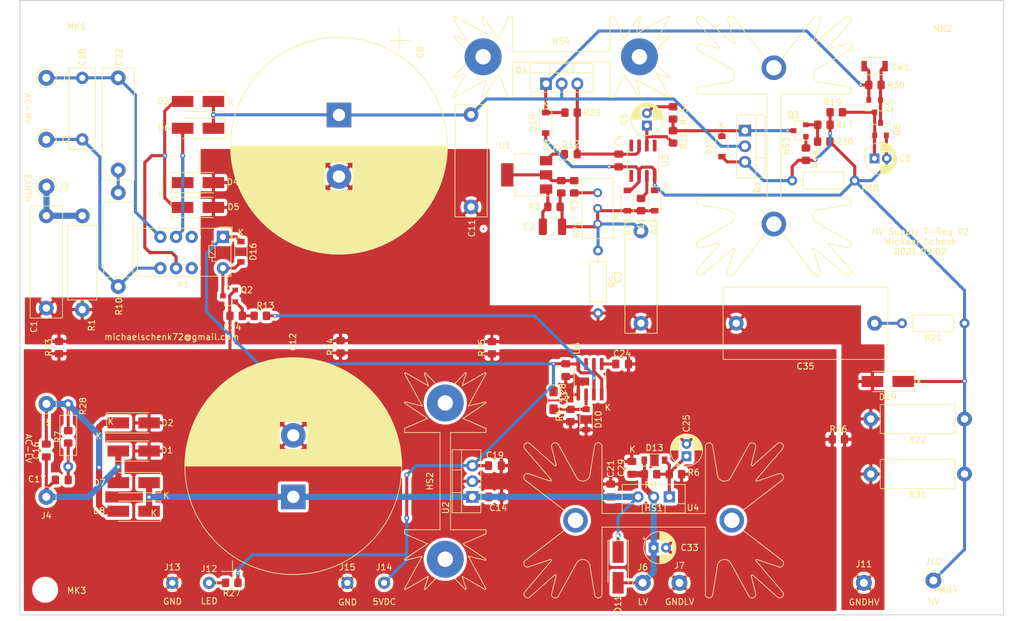
<source format=kicad_pcb>
(kicad_pcb (version 20211014) (generator pcbnew)
  (title_block (title "Discrete HV Supply T-Reg based") (date "2021-09-02") (rev "V2"))
  (layers (0 "F.Cu" signal) (31 "B.Cu" signal) (34 "B.Paste" user) (35 "F.Paste" user) (36 "B.SilkS" user "B.Silkscreen") (37 "F.SilkS" user "F.Silkscreen") (38 "B.Mask" user) (39 "F.Mask" user) (44 "Edge.Cuts" user))
  (net 0 "")
  (net 1 "Net-(C1-Pad1)")
  (net 2 "GND_LV")
  (net 3 "+5VDC")
  (net 4 "Net-(Q3-Pad1)")
  (net 5 "GND_HV")
  (net 6 "Net-(Q2-Pad1)")
  (net 7 "Net-(C24-Pad1)")
  (net 8 "Net-(C11-Pad2)")
  (net 9 "Net-(C13-Pad1)")
  (net 10 "Net-(C23-Pad2)")
  (net 11 "Net-(C25-Pad1)")
  (net 12 "Net-(C29-Pad1)")
  (net 13 "Net-(J12-Pad1)")
  (net 14 "Net-(R3-Pad2)")
  (net 15 "Net-(R13-Pad1)")
  (net 16 "Net-(C35-Pad1)")
  (net 17 "Net-(C17-Pad2)")
  (net 18 "Net-(C22-Pad1)")
  (net 19 "Net-(C12-Pad1)")
  (net 20 "Net-(C16-Pad2)")
  (net 21 "Net-(C16-Pad1)")
  (net 22 "Net-(C18-Pad2)")
  (net 23 "Net-(C18-Pad1)")
  (net 24 "Net-(C2-Pad2)")
  (net 25 "Net-(C2-Pad1)")
  (net 26 "Net-(C4-Pad2)")
  (net 27 "Net-(C4-Pad1)")
  (net 28 "Net-(C5-Pad2)")
  (net 29 "Net-(C5-Pad1)")
  (net 30 "Net-(C6-Pad1)")
  (net 31 "Net-(D12-Pad1)")
  (net 32 "Net-(D17-Pad2)")
  (net 33 "Net-(D17-Pad1)")
  (net 34 "Net-(D18-Pad1)")
  (net 35 "Net-(Q3-Pad2)")
  (net 36 "Net-(Q5-Pad1)")
  (net 37 "Net-(R3-Pad1)")
  (net 38 "Net-(R11-Pad1)")
  (net 39 "Net-(D3-Pad2)")
  (net 40 "Net-(D4-Pad1)")
  (net 41 "RELCTRL")
  (footprint "Mounting_Holes:MountingHole_3.2mm_M3" (layer "F.Cu") (at 59.182 140.843)
    (fp_text reference "MK3")
    (fp_text value "Mounting_Hole_PAD")
  )
  (footprint "Mounting_Holes:MountingHole_3.2mm_M3" (layer "F.Cu") (at 59.182 49.403)
    (fp_text reference "MK1")
    (fp_text value "Mounting_Hole_PAD")
  )
  (footprint "Mounting_Holes:MountingHole_3.2mm_M3" (layer "F.Cu") (at 210.947 140.716)
    (fp_text reference "MK4")
    (fp_text value "Mounting_Hole_PAD")
  )
  (footprint "Capacitor_THT:CP_Radial_D35.0mm_P10.00mm_SnapIn" (layer "F.Cu") (at 106.934 63.6905 -90)
    (fp_text reference "C8")
    (fp_text value "680uF/450V")
  )
  (footprint "Resistor_SMD:R_0805_2012Metric_Pad1.20x1.40mm_HandSolder" (layer "F.Cu") (at 89.513 139.723 180)
    (fp_text reference "R27")
    (fp_text value "470R 1/8W")
  )
  (footprint "Capacitor_SMD:C_0805_2012Metric_Pad1.18x1.45mm_HandSolder" (layer "F.Cu") (at 132.2745 120.673)
    (fp_text reference "C19")
    (fp_text value "100nF/50V")
  )
  (footprint "Resistor_SMD:R_0805_2012Metric_Pad1.20x1.40mm_HandSolder" (layer "F.Cu") (at 161.617 122.07)
    (fp_text reference "R6")
    (fp_text value "976R 1/8W")
  )
  (footprint "Capacitor_SMD:C_0805_2012Metric_Pad1.18x1.45mm_HandSolder" (layer "F.Cu") (at 151.092 124.7155 90)
    (fp_text reference "C21")
    (fp_text value "100nF/50V")
  )
  (footprint "Capacitor_THT:CP_Radial_D5.0mm_P2.00mm" (layer "F.Cu") (at 158.077 134.008)
    (fp_text reference "C33")
    (fp_text value "1uF/25V")
  )
  (footprint "Capacitor_SMD:C_0805_2012Metric_Pad1.18x1.45mm_HandSolder" (layer "F.Cu") (at 154.521 121.0325 90)
    (fp_text reference "C29")
    (fp_text value "100nF/50V")
  )
  (footprint "Heatsink:Heatsink_Fischer_SK129-STS_42x25mm_2xDrill2.5mm" (layer "F.Cu") (at 158.077 129.563)
    (fp_text reference "HS1")
    (fp_text value "Heatsink")
  )
  (footprint "Resistor_SMD:R_0805_2012Metric_Pad1.20x1.40mm_HandSolder" (layer "F.Cu") (at 157.585 122.07)
    (fp_text reference "R9")
    (fp_text value "240R 1/8W")
  )
  (footprint "Resistor_THT:R_Axial_DIN0414_L11.9mm_D4.5mm_P15.24mm_Horizontal" (layer "F.Cu") (at 65.2145 80.0735 -90)
    (fp_text reference "R1")
    (fp_text value "100R/2W")
  )
  (footprint "TO_SOT_Packages_THT:TO-220-3_Vertical" (layer "F.Cu") (at 160.617 125.753 180)
    (fp_text reference "U4")
    (fp_text value "LM317_3PinPackage")
  )
  (footprint "Resistor_SMD:R_0805_2012Metric_Pad1.20x1.40mm_HandSolder" (layer "F.Cu") (at 131.788 101.512 90)
    (fp_text reference "R25")
    (fp_text value "1R/0.5W")
  )
  (footprint "Resistor_SMD:R_0805_2012Metric_Pad1.20x1.40mm_HandSolder" (layer "F.Cu") (at 188.103 116.3955)
    (fp_text reference "R26")
    (fp_text value "1R/0.5W")
  )
  (footprint "Capacitor_THT:C_Rect_L18.0mm_W5.0mm_P15.00mm_FKS3_FKP3" (layer "F.Cu") (at 59.3725 80.0735 -90)
    (fp_text reference "C1")
    (fp_text value "2.2nF 2kV")
  )
  (footprint "Capacitor_SMD:C_0805_2012Metric_Pad1.18x1.45mm_HandSolder" (layer "F.Cu") (at 132.3175 125.753)
    (fp_text reference "C14")
    (fp_text value "330nF/50V")
  )
  (footprint "Resistor_SMD:R_0805_2012Metric_Pad1.20x1.40mm_HandSolder" (layer "F.Cu") (at 107.188 101.362 90)
    (fp_text reference "R24")
    (fp_text value "1R/0.5W")
  )
  (footprint "Capacitor_THT:CP_Radial_D35.0mm_P10.00mm_SnapIn" (layer "F.Cu") (at 99.5045 125.753 90)
    (fp_text reference "C12")
    (fp_text value "22000uF/25V")
  )
  (footprint "Diode_SMD:D_SMA_Handsoldering" (layer "F.Cu") (at 73.573 118.3005)
    (fp_text reference "D1")
    (fp_text value "BYG22B-E3")
  )
  (footprint "Diode_SMD:D_SMA_Handsoldering" (layer "F.Cu") (at 73.573 113.7285)
    (fp_text reference "D2")
    (fp_text value "BYG22B-E3")
  )
  (footprint "Diode_SMD:D_SMA_Handsoldering" (layer "F.Cu") (at 73.573 123.444 180)
    (fp_text reference "D7")
    (fp_text value "BYG22B-E3")
  )
  (footprint "Diode_SMD:D_SMA_Handsoldering" (layer "F.Cu") (at 73.573 128.0795 180)
    (fp_text reference "D8")
    (fp_text value "BYG22B-E3")
  )
  (footprint "Diode_SMD:D_SMA_Handsoldering" (layer "F.Cu") (at 152.2985 137.223 -90)
    (fp_text reference "D11")
    (fp_text value "1N4007")
  )
  (footprint "Connector_Pin:Pin_D1.3mm_L11.0mm" (layer "F.Cu") (at 203.543 139.342)
    (fp_text reference "J10")
    (fp_text value "HV")
  )
  (footprint "Connector_Pin:Pin_D1.3mm_L11.0mm" (layer "F.Cu") (at 192.24 139.723)
    (fp_text reference "J11")
    (fp_text value "GND_HV")
  )
  (footprint "Connector_Pin:Pin_D1.0mm_L10.0mm" (layer "F.Cu") (at 85.814 139.723)
    (fp_text reference "J12")
    (fp_text value "LED")
  )
  (footprint "Connector_Pin:Pin_D1.0mm_L10.0mm" (layer "F.Cu") (at 79.845 139.723)
    (fp_text reference "J13")
    (fp_text value "GND_LED")
  )
  (footprint "Connector_Pin:Pin_D1.0mm_L10.0mm" (layer "F.Cu") (at 114.262 139.723)
    (fp_text reference "J14")
    (fp_text value "+5V")
  )
  (footprint "Connector_Pin:Pin_D1.0mm_L10.0mm" (layer "F.Cu") (at 108.293 139.723)
    (fp_text reference "J15")
    (fp_text value "GND_5V")
  )
  (footprint "Connector_Pin:Pin_D1.3mm_L11.0mm" (layer "F.Cu") (at 59.3725 57.658)
    (fp_text reference "J1")
    (fp_text value "AC-HV")
  )
  (footprint "Connector_Pin:Pin_D1.3mm_L11.0mm" (layer "F.Cu") (at 59.398 75.334)
    (fp_text reference "J3")
    (fp_text value "EARTH")
  )
  (footprint "Connector_Pin:Pin_D1.3mm_L11.0mm" (layer "F.Cu") (at 59.3725 125.753)
    (fp_text reference "J4")
    (fp_text value "AC-LV")
  )
  (footprint "Connector_Pin:Pin_D1.3mm_L11.0mm" (layer "F.Cu") (at 59.398 110.64)
    (fp_text reference "J5")
    (fp_text value "AC-LV")
  )
  (footprint "Connector_Pin:Pin_D1.3mm_L11.0mm" (layer "F.Cu") (at 162.268 139.723)
    (fp_text reference "J7")
    (fp_text value "GND_LV1")
  )
  (footprint "Capacitor_THT:C_Rect_L18.0mm_W5.0mm_P15.00mm_FKS3_FKP3" (layer "F.Cu") (at 128.397 78.627 90)
    (fp_text reference "C11")
    (fp_text value "100nF/630V")
  )
  (footprint "Package_TO_SOT_THT:TO-220-3_Vertical" (layer "F.Cu") (at 140.589 58.6105)
    (fp_text reference "Q4")
    (fp_text value "IXTP1R6N50D2")
  )
  (footprint "Resistor_SMD:R_0805_2012Metric_Pad1.20x1.40mm_HandSolder" (layer "F.Cu") (at 61.43 101.48 90)
    (fp_text reference "R23")
    (fp_text value "1R/0.5W")
  )
  (footprint "Capacitor_THT:CP_Radial_D5.0mm_P2.00mm" (layer "F.Cu") (at 163.411 119.149 90)
    (fp_text reference "C25")
    (fp_text value "10uF/25V")
  )
  (footprint "Diode_SMD:D_SOD-123" (layer "F.Cu") (at 158.203 119.784)
    (fp_text reference "D13")
    (fp_text value "1N4148W")
  )
  (footprint "Package_TO_SOT_SMD:SOT-23" (layer "F.Cu") (at 89.0745 93.091 180)
    (fp_text reference "Q2")
    (fp_text value "MMBT3904-TP")
  )
  (footprint "Package_SO:SOIC-8_3.9x4.9mm_P1.27mm" (layer "F.Cu") (at 147.7265 106.638 90)
    (fp_text reference "U6")
    (fp_text value "TLC555CDR")
  )
  (footprint "Capacitor_SMD:C_0805_2012Metric_Pad1.18x1.45mm_HandSolder" (layer "F.Cu") (at 152.955 104.163)
    (fp_text reference "C24")
    (fp_text value "100nF/50V")
  )
  (footprint "Resistor_SMD:R_0805_2012Metric_Pad1.20x1.40mm_HandSolder" (layer "F.Cu") (at 94.1545 96.3295 180)
    (fp_text reference "R13")
    (fp_text value "2.49k 1/8W")
  )
  (footprint "Resistor_SMD:R_0805_2012Metric_Pad1.20x1.40mm_HandSolder" (layer "F.Cu") (at 144.5515 112.529 -90)
    (fp_text reference "R4")
    (fp_text value "1Meg 1/8W")
  )
  (footprint "Diode_SMD:D_SOD-123" (layer "F.Cu") (at 90.9955 85.9145 -90)
    (fp_text reference "D16")
    (fp_text value "1N4148W")
  )
  (footprint "Capacitor_SMD:C_0805_2012Metric_Pad1.18x1.45mm_HandSolder" (layer "F.Cu") (at 143.7895 105.1575 -90)
    (fp_text reference "C28")
    (fp_text value "100nF/50V")
  )
  (footprint "Diode_SMD:D_SOD-123" (layer "F.Cu") (at 147.0915 113.179 -90)
    (fp_text reference "D10")
    (fp_text value "1N4148W")
  )
  (footprint "Resistor_SMD:R_0805_2012Metric_Pad1.20x1.40mm_HandSolder" (layer "F.Cu") (at 90.2175 96.3295)
    (fp_text reference "R14")
    (fp_text value "2.49k 1/8W")
  )
  (footprint "Capacitor_Tantalum_SMD:CP_EIA-3216-12_Kemet-S_Pad1.58x1.35mm_HandSolder" (layer "F.Cu") (at 141.7955 110.0685 -90)
    (fp_text reference "C23")
    (fp_text value "15uF/10V")
  )
  (footprint "Connector_Pin:Pin_D1.3mm_L11.0mm" (layer "F.Cu") (at 156.299 139.723)
    (fp_text reference "J6")
    (fp_text value "LV1")
  )
  (footprint "Package_TO_SOT_THT:TO-220-3_Vertical" (layer "F.Cu") (at 128.613 125.753 90)
    (fp_text reference "U2")
    (fp_text value "LM7805_TO220")
  )
  (footprint "Mounting_Holes:MountingHole_3.2mm_M3" (layer "F.Cu") (at 210.82 49.53)
    (fp_text reference "MK2")
    (fp_text value "Mounting_Hole_PAD")
  )
  (footprint "Heatsink:Heatsink_Fischer_SK104-STC-STIC_35x13mm_2xDrill2.5mm" (layer "F.Cu") (at 124.206 123.19 90)
    (fp_text reference "HS2")
    (fp_text value "Heatsink")
  )
  (footprint "Capacitor_SMD:C_0805_2012Metric_Pad1.18x1.45mm_HandSolder" (layer "F.Cu") (at 59.3725 118.2155 90)
    (fp_text reference "C16")
    (fp_text value "Cx/10nF/50V")
  )
  (footprint "Capacitor_SMD:C_0805_2012Metric_Pad1.18x1.45mm_HandSolder" (layer "F.Cu") (at 61.891 122.9995)
    (fp_text reference "C17")
    (fp_text value "Cs/50V")
  )
  (footprint "Resistor_SMD:R_0805_2012Metric_Pad1.20x1.40mm_HandSolder" (layer "F.Cu") (at 62.9285 115.9985 90)
    (fp_text reference "R7")
    (fp_text value "Rs/1/8W")
  )
  (footprint "Capacitor_THT:C_Rect_L18.0mm_W5.0mm_P15.00mm_FKS3_FKP3" (layer "F.Cu") (at 71.0565 72.644 90)
    (fp_text reference "C22")
    (fp_text value "Cs/630V")
  )
  (footprint "Resistor_THT:R_Axial_DIN0414_L11.9mm_D4.5mm_P15.24mm_Horizontal" (layer "F.Cu") (at 71.0565 76.327 -90)
    (fp_text reference "R10")
    (fp_text value "Rs/2W")
  )
  (footprint "Capacitor_THT:C_Rect_L13.0mm_W4.0mm_P10.00mm_FKS3_FKP3_MKS4" (layer "F.Cu") (at 65.2145 67.658 90)
    (fp_text reference "C18")
    (fp_text value "Cx/10nF/630V")
  )
  (footprint "Resistor_THT:R_Axial_DIN0207_L6.3mm_D2.5mm_P10.16mm_Horizontal" (layer "F.Cu") (at 62.9285 120.8405 90)
    (fp_text reference "R28")
    (fp_text value "Rs/0.6W")
  )
  (footprint "Diode_SMD:D_SMA_Handsoldering" (layer "F.Cu") (at 84.0214 61.491 180)
    (fp_text reference "D3")
    (fp_text value "BYG20J")
  )
  (footprint "Diode_SMD:D_SMA_Handsoldering" (layer "F.Cu") (at 84.0214 78.7122)
    (fp_text reference "D5")
    (fp_text value "BYG20J")
  )
  (footprint "Diode_SMD:D_SMA_Handsoldering" (layer "F.Cu") (at 84.034 65.8495 180)
    (fp_text reference "D6")
    (fp_text value "BYG20J")
  )
  (footprint "Diode_SMD:D_SMA_Handsoldering" (layer "F.Cu") (at 84.034 74.676)
    (fp_text reference "D4")
    (fp_text value "BYG20J")
  )
  (footprint "Diode_SMD:D_SOD-123" (layer "F.Cu") (at 169.164 68.8076 -90)
    (fp_text reference "D17")
    (fp_text value "BZX79C12")
  )
  (footprint "Diode_SMD:D_SOD-123" (layer "F.Cu") (at 140.5255 64.9595 -90)
    (fp_text reference "D18")
    (fp_text value "BZX79C5V6")
  )
  (footprint "Diode_SMD:D_SMA_Handsoldering" (layer "F.Cu") (at 196.128 106.9975 180)
    (fp_text reference "D19")
    (fp_text value "1N4007")
  )
  (footprint "Heatsink:Heatsink_Fischer_SK129-STS_42x25mm_2xDrill2.5mm" (layer "F.Cu") (at 177.6095 68.707 -90)
    (fp_text reference "HS3")
    (fp_text value "Heatsink")
  )
  (footprint "Heatsink:Heatsink_Fischer_SK104-STC-STIC_35x13mm_2xDrill2.5mm" (layer "F.Cu") (at 143.0655 54.229)
    (fp_text reference "HS4")
    (fp_text value "Heatsink")
  )
  (footprint "Package_TO_SOT_THT:TO-220-3_Vertical" (layer "F.Cu") (at 172.9105 66.2305 -90)
    (fp_text reference "Q1")
    (fp_text value "FDP12N60NZ")
  )
  (footprint "Package_TO_SOT_SMD:SOT-23" (layer "F.Cu") (at 181.8165 66.233 180)
    (fp_text reference "Q3")
    (fp_text value "BC850")
  )
  (footprint "Package_TO_SOT_SMD:SOT-23" (layer "F.Cu") (at 193.99 62.246 -90)
    (fp_text reference "Q5")
    (fp_text value "BC860")
  )
  (footprint "Package_TO_SOT_SMD:SOT-23" (layer "F.Cu") (at 194.9475 65.9925 90)
    (fp_text reference "Q6")
    (fp_text value "BC850")
  )
  (footprint "Resistor_THT:R_Axial_DIN0207_L6.3mm_D2.5mm_P10.16mm_Horizontal" (layer "F.Cu") (at 149.0345 85.725 -90)
    (fp_text reference "R5")
    (fp_text value "348K/0.6W")
  )
  (footprint "Resistor_SMD:R_0805_2012Metric_Pad1.20x1.40mm_HandSolder" (layer "F.Cu") (at 182.8165 70.0565 -90)
    (fp_text reference "R16")
    (fp_text value "1k 1/8W")
  )
  (footprint "Resistor_SMD:R_0805_2012Metric_Pad1.20x1.40mm_HandSolder" (layer "F.Cu") (at 185.7535 65.278)
    (fp_text reference "R17")
    (fp_text value "22R 1/8W")
  )
  (footprint "Resistor_SMD:R_0805_2012Metric_Pad1.20x1.40mm_HandSolder" (layer "F.Cu") (at 187.7535 63.246 180)
    (fp_text reference "R19")
    (fp_text value "33k 1/8W")
  )
  (footprint "Resistor_SMD:R_0805_2012Metric_Pad1.20x1.40mm_HandSolder" (layer "F.Cu") (at 185.7215 68.0085 180)
    (fp_text reference "R20")
    (fp_text value "6R8 1/8W")
  )
  (footprint "Resistor_SMD:R_0805_2012Metric_Pad1.20x1.40mm_HandSolder" (layer "F.Cu") (at 144.6624 63.2968 180)
    (fp_text reference "R29")
    (fp_text value "1k 1/8W")
  )
  (footprint "Resistor_SMD:R_0805_2012Metric_Pad1.20x1.40mm_HandSolder" (layer "F.Cu") (at 194.04 58.801)
    (fp_text reference "R30")
    (fp_text value "1k2 1/8W")
  )
  (footprint "Resistor_THT:R_Axial_DIN0207_L6.3mm_D2.5mm_P10.16mm_Horizontal" (layer "F.Cu") (at 190.754 74.3585 180)
    (fp_text reference "R18")
    (fp_text value "16R/1W")
  )
  (footprint "Capacitor_THT:CP_Radial_D5.0mm_P2.00mm" (layer "F.Cu") (at 193.961 70.739)
    (fp_text reference "C6")
    (fp_text value "10uF/35V")
  )
  (footprint "Resistor_THT:R_Axial_DIN0414_L11.9mm_D4.5mm_P15.24mm_Horizontal" (layer "F.Cu") (at 208.5975 113.0935 180)
    (fp_text reference "R22")
    (fp_text value "100k/2W")
  )
  (footprint "Button_Switch_SMD:SW_SPST_B3U-1000P" (layer "F.Cu") (at 193.978 55.753)
    (fp_text reference "SW1")
    (fp_text value "SW_Push")
  )
  (footprint "Resistor_SMD:R_0805_2012Metric_Pad1.20x1.40mm_HandSolder" (layer "F.Cu") (at 156.0195 78.248 -90)
    (fp_text reference "R11")
    (fp_text value "100R 1/8W")
  )
  (footprint "Potentiometer_THT:Potentiometer_Bourns_3296W_Vertical" (layer "F.Cu") (at 148.971 76.327 90)
    (fp_text reference "RV1")
    (fp_text value "5k")
  )
  (footprint "Package_TO_SOT_SMD:SOT-223-3_TabPin2" (layer "F.Cu") (at 137.439 73.42 180)
    (fp_text reference "U1")
    (fp_text value "LT3092xST")
  )
  (footprint "Capacitor_SMD:C_1210_3225Metric_Pad1.33x2.70mm_HandSolder" (layer "F.Cu") (at 141.63 81.8515)
    (fp_text reference "C2")
    (fp_text value "3.3uF/50V")
  )
  (footprint "Capacitor_SMD:C_0805_2012Metric_Pad1.18x1.45mm_HandSolder" (layer "F.Cu") (at 152.4 71.078 -90)
    (fp_text reference "C4")
    (fp_text value "1uF/50V")
  )
  (footprint "Capacitor_THT:CP_Radial_D5.0mm_P2.00mm" (layer "F.Cu") (at 156.972 65.405 90)
    (fp_text reference "C5")
    (fp_text value "33uF/35V")
  )
  (footprint "LED_SMD:LED_0805_2012Metric_Pad1.15x1.40mm_HandSolder" (layer "F.Cu") (at 144.6186 70.0532)
    (fp_text reference "D12")
    (fp_text value "LED")
  )
  (footprint "Diode_SMD:D_SOD-123" (layer "F.Cu") (at 158.242 77.596 -90)
    (fp_text reference "D14")
    (fp_text value "BAT42W-V")
  )
  (footprint "Diode_SMD:D_SOD-123" (layer "F.Cu") (at 153.797 77.598 90)
    (fp_text reference "D15")
    (fp_text value "BAT42W-V")
  )
  (footprint "Resistor_SMD:R_0805_2012Metric_Pad1.20x1.40mm_HandSolder" (layer "F.Cu") (at 141.875 78.613)
    (fp_text reference "R2")
    (fp_text value "56k 1/8W")
  )
  (footprint "Resistor_SMD:R_0805_2012Metric_Pad1.20x1.40mm_HandSolder" (layer "F.Cu") (at 145.161 75.3585 -90)
    (fp_text reference "R3")
    (fp_text value "1k8 1/8W")
  )
  (footprint "Resistor_SMD:R_0805_2012Metric_Pad1.20x1.40mm_HandSolder" (layer "F.Cu") (at 143.0655 75.3585 -90)
    (fp_text reference "R8")
    (fp_text value "1k5 1/8W")
  )
  (footprint "Resistor_SMD:R_0805_2012Metric_Pad1.20x1.40mm_HandSolder" (layer "F.Cu") (at 161.2265 67.2465 90)
    (fp_text reference "R12")
    (fp_text value "3.9k 1/8W")
  )
  (footprint "Resistor_SMD:R_0805_2012Metric_Pad1.20x1.40mm_HandSolder" (layer "F.Cu") (at 161.2265 63.357 -90)
    (fp_text reference "R15")
    (fp_text value "220R 1/8W")
  )
  (footprint "Capacitor_THT:C_Rect_L18.0mm_W5.0mm_P15.00mm_FKS3_FKP3" (layer "F.Cu") (at 156.0195 97.536 90)
    (fp_text reference "C3")
    (fp_text value "100nF/630V")
  )
  (footprint "Package_SO:SOIC-8_3.9x4.9mm_P1.27mm" (layer "F.Cu") (at 156.337 71.1185 90)
    (fp_text reference "U3")
    (fp_text value "AD8031")
  )
  (footprint "Resistor_THT:R_Axial_DIN0414_L11.9mm_D4.5mm_P15.24mm_Horizontal" (layer "F.Cu") (at 208.5975 122.047 180)
    (fp_text reference "R31")
    (fp_text value "100k/2W")
  )
  (footprint "Resistor_THT:R_Axial_DIN0207_L6.3mm_D2.5mm_P10.16mm_Horizontal" (layer "F.Cu") (at 208.5975 97.536 180)
    (fp_text reference "R21")
    (fp_text value "2R2/0.6W")
  )
  (footprint "Capacitor_THT:C_Rect_L26.5mm_W11.5mm_P22.50mm_MKS4" (layer "F.Cu") (at 193.9925 97.536 180)
    (fp_text reference "C35")
    (fp_text value "1uF/630V")
  )
  (footprint "Connector_Pin:Pin_D1.3mm_L11.0mm" (layer "F.Cu") (at 59.3725 67.691)
    (fp_text reference "J2")
    (fp_text value "AC-HV")
  )
  (footprint "Relay_THT:Relay_DPDT_Omron_G6S-2" (layer "F.Cu") (at 88.0745 83.5025 -90)
    (fp_text reference "K1")
    (fp_text value "G6S-2 DC5")
  )
  (gr_line (start 55.075 144.925) (end 214.925 144.925) (layer "Edge.Cuts") (width 0.15))
  (gr_line (start 214.925 45.075) (end 55.075 45.075) (layer "Edge.Cuts") (width 0.15))
  (gr_line (start 214.925 144.925) (end 214.925 45.075) (layer "Edge.Cuts") (width 0.15))
  (gr_line (start 55.075 45.075) (end 55.075 144.925) (layer "Edge.Cuts") (width 0.15))
  (gr_text "AC-LV" (at 56.477 117.879 -90) (layer "F.SilkS") (effects (font (size 1 1))))
  (gr_text "K" (at 69.85 113.538) (layer "F.SilkS") (effects (font (size 1 1))))
  (gr_text "K" (at 76.835 128.397) (layer "F.SilkS") (effects (font (size 1 1))))
  (gr_text "K" (at 152.273 131.953) (layer "F.SilkS") (effects (font (size 1 1))))
  (gr_text "K" (at 154.6225 118.0465) (layer "F.SilkS") (effects (font (size 1 1))))
  (gr_text "K" (at 90.9955 82.804) (layer "F.SilkS") (effects (font (size 1 1))))
  (gr_text "K" (at 78.0415 76.581) (layer "F.SilkS") (effects (font (size 1 1))))
  (gr_text "K" (at 89.408 61.6585) (layer "F.SilkS") (effects (font (size 1 1))))
  (gr_text "K" (at 150.622 111.252) (layer "F.SilkS") (effects (font (size 1 1))))
  (gr_text "K" (at 142.113 69.0245) (layer "F.SilkS") (effects (font (size 1 1))))
  (gr_text "K" (at 140.5255 61.9125) (layer "F.SilkS") (effects (font (size 1 1))))
  (gr_text "K" (at 169.164 65.3415) (layer "F.SilkS") (effects (font (size 1 1))))
  (gr_text "K" (at 201.295 107.061) (layer "F.SilkS") (effects (font (size 1 1))))
  (gr_text "K" (at 67.8815 115.8875) (layer "F.SilkS") (effects (font (size 1 1))))
  (gr_text "K" (at 78.867 125.5395) (layer "F.SilkS") (effects (font (size 1 1))))
  (gr_text "K" (at 160.147 75.057) (layer "F.SilkS") (effects (font (size 1 1))))
  (gr_text "K" (at 152.0825 80.2005) (layer "F.SilkS") (effects (font (size 1 1))))
  (gr_text "HV" (at 203.581 142.748) (layer "F.SilkS") (effects (font (size 1 1))))
  (gr_text "GND" (at 108.331 142.875) (layer "F.SilkS") (effects (font (size 1 1))))
  (gr_text "EARTH" (at 56.35 75.588 270) (layer "F.SilkS") (effects (font (size 1 1))))
  (gr_text "GND" (at 79.883 142.748) (layer "F.SilkS") (effects (font (size 1 1))))
  (gr_text "LV" (at 156.337 142.8115) (layer "F.SilkS") (effects (font (size 1 1))))
  (gr_text "5VDC" (at 114.3 142.8115) (layer "F.SilkS") (effects (font (size 1 1))))
  (gr_text "michaelschenk72@gmail.com" (at 79.756 99.7585) (layer "F.SilkS") (effects (font (size 1 1))))
  (gr_text "GNDHV" (at 192.278 142.875) (layer "F.SilkS") (effects (font (size 1 1))))
  (gr_text "HV Supply T-Reg V2\nMichael Schenk\n2021.09.02" (at 201.422 84.2645) (layer "F.SilkS") (effects (font (size 1 1))))
  (gr_text "AC-HV" (at 56.35 62.634 270) (layer "F.SilkS") (effects (font (size 1 1))))
  (gr_text "LED" (at 85.852 142.6845) (layer "F.SilkS") (effects (font (size 1 1))))
  (gr_text "GNDLV" (at 162.306 142.8115) (layer "F.SilkS") (effects (font (size 1 1))))
  (gr_text "°" (at 144.2085 109.982) (layer "F.SilkS") (effects (font (size 1 1))))
  (segment (start 59.398 80.048) (end 59.3725 80.0735) (width 1) (layer "B.Cu") (net 1))
  (segment (start 59.3725 80.0735) (end 65.2145 80.0735) (width 1) (layer "B.Cu") (net 1))
  (segment (start 59.398 75.334) (end 59.398 80.048) (width 1) (layer "B.Cu") (net 1))
  (segment (start 89.174499 96.286499) (end 89.174499 93.041001) (width 0.5) (layer "F.Cu") (net 2))
  (segment (start 89.174499 93.041001) (end 90.0745 92.141) (width 0.5) (layer "F.Cu") (net 2))
  (segment (start 89.2175 96.3295) (end 89.2175 103.505) (width 0.5) (layer "F.Cu") (net 2))
  (segment (start 89.2175 96.3295) (end 89.174499 96.286499) (width 0.5) (layer "F.Cu") (net 2))
  (segment (start 143.7895 104.12) (end 141.8005 104.12) (width 0.5) (layer "F.Cu") (net 3))
  (segment (start 145.8215 104.163) (end 143.8325 104.163) (width 0.5) (layer "F.Cu") (net 3))
  (segment (start 143.8325 104.163) (end 143.7895 104.12) (width 0.5) (layer "F.Cu") (net 3))
  (segment (start 145.8215 103.786232) (end 145.8215 104.163) (width 0.5) (layer "F.Cu") (net 3))
  (segment (start 128.613 120.673) (end 131.237 120.673) (width 0.5) (layer "F.Cu") (net 3))
  (segment (start 141.7955 108.631) (end 141.7955 104.125) (width 0.5) (layer "F.Cu") (net 3))
  (segment (start 148.3615 105.338998) (end 148.3615 104.163) (width 0.5) (layer "F.Cu") (net 3))
  (segment (start 117.945 122.197) (end 117.945 129.182) (width 0.5) (layer "F.Cu") (net 3))
  (segment (start 90.513 139.723) (end 90.513 138.199) (width 0.5) (layer "F.Cu") (net 3))
  (segment (start 149.6315 109.113) (end 149.6315 106.608998) (width 0.5) (layer "F.Cu") (net 3))
  (segment (start 148.47549 105.58801) (end 148.543001 105.520499) (width 0.5) (layer "F.Cu") (net 3))
  (segment (start 145.8215 104.163) (end 145.8215 105.138) (width 0.5) (layer "F.Cu") (net 3))
  (segment (start 145.8215 105.138) (end 146.27151 105.58801) (width 0.5) (layer "F.Cu") (net 3))
  (segment (start 148.543001 105.520499) (end 148.3615 105.338998) (width 0.5) (layer "F.Cu") (net 3))
  (segment (start 146.27151 105.58801) (end 148.47549 105.58801) (width 0.5) (layer "F.Cu") (net 3))
  (segment (start 90.2335 83.5025) (end 90.9955 84.2645) (width 0.5) (layer "F.Cu") (net 3))
  (segment (start 141.7955 104.125) (end 141.8005 104.12) (width 0.5) (layer "F.Cu") (net 3))
  (segment (start 149.6315 106.608998) (end 148.543001 105.520499) (width 0.5) (layer "F.Cu") (net 3))
  (segment (start 145.8215 103.609456) (end 145.8215 104.163) (width 0.5) (layer "F.Cu") (net 3))
  (segment (start 88.0745 83.5025) (end 90.2335 83.5025) (width 0.5) (layer "F.Cu") (net 3))
  (via (at 141.8005 104.12) (size 0.6) (drill 0.3) (layers "F.Cu" "B.Cu") (net 3))
  (via (at 90.513 138.199) (size 0.6) (drill 0.3) (layers "F.Cu" "B.Cu") (net 3))
  (via (at 117.945 122.197) (size 0.8) (drill 0.4) (layers "F.Cu" "B.Cu") (net 3))
  (via (at 117.945 129.182) (size 0.8) (drill 0.4) (layers "F.Cu" "B.Cu") (net 3))
  (segment (start 92.8625 135.166) (end 117.945 135.166) (width 0.5) (layer "B.Cu") (net 3))
  (segment (start 117.945 135.166) (end 117.945 136.04) (width 0.5) (layer "B.Cu") (net 3))
  (segment (start 90.513 138.199) (end 90.513 137.5155) (width 0.5) (layer "B.Cu") (net 3))
  (segment (start 85.4075 86.1695) (end 88.0745 83.5025) (width 0.5) (layer "B.Cu") (net 3))
  (segment (start 141.8005 104.12) (end 93.833 104.12) (width 0.5) (layer "B.Cu") (net 3))
  (segment (start 119.469 120.673) (end 117.945 122.197) (width 0.5) (layer "B.Cu") (net 3))
  (segment (start 128.613 120.673) (end 119.469 120.673) (width 0.5) (layer "B.Cu") (net 3))
  (segment (start 90.513 137.5155) (end 92.8625 135.166) (width 0.5) (layer "B.Cu") (net 3))
  (segment (start 141.8005 104.12) (end 141.8005 107.4855) (width 0.5) (layer "B.Cu") (net 3))
  (segment (start 117.945 129.182) (end 117.945 135.166) (width 0.5) (layer "B.Cu") (net 3))
  (segment (start 85.4075 95.6945) (end 85.4075 86.1695) (width 0.5) (layer "B.Cu") (net 3))
  (segment (start 117.945 136.04) (end 114.262 139.723) (width 0.5) (layer "B.Cu") (net 3))
  (segment (start 93.833 104.12) (end 85.4075 95.6945) (width 0.5) (layer "B.Cu") (net 3))
  (segment (start 141.8005 107.4855) (end 128.613 120.673) (width 0.5) (layer "B.Cu") (net 3))
  (segment (start 182.8165 67.183) (end 182.8165 69.0565) (width 0.5) (layer "F.Cu") (net 4))
  (segment (start 91.2175 96.3295) (end 93.1545 96.3295) (width 0.5) (layer "F.Cu") (net 6))
  (segment (start 91.2175 96.3295) (end 91.2175 95.184) (width 0.5) (layer "F.Cu") (net 6))
  (segment (start 91.2175 95.184) (end 90.0745 94.041) (width 0.5) (layer "F.Cu") (net 6))
  (segment (start 151.9175 104.163) (end 149.6315 104.163) (width 0.5) (layer "F.Cu") (net 7))
  (segment (start 86.5214 63.6561) (end 86.5214 65.8369) (width 0.5) (layer "F.Cu") (net 8))
  (segment (start 86.5214 65.8369) (end 86.534 65.8495) (width 0.5) (layer "F.Cu") (net 8))
  (segment (start 86.5214 61.491) (end 86.5214 63.6561) (width 0.5) (layer "F.Cu") (net 8))
  (via (at 86.5214 63.6561) (size 0.8) (drill 0.4) (layers "F.Cu" "B.Cu") (net 8))
  (segment (start 143.002 61.087) (end 130.937 61.087) (width 0.5) (layer "B.Cu") (net 8))
  (segment (start 143.129 58.6105) (end 143.129 60.96) (width 0.5) (layer "B.Cu") (net 8))
  (segment (start 86.5214 63.6561) (end 106.8996 63.6561) (width 0.5) (layer "B.Cu") (net 8))
  (segment (start 106.8996 63.6561) (end 106.934 63.6905) (width 0.5) (layer "B.Cu") (net 8))
  (segment (start 128.3335 63.6905) (end 128.397 63.627) (width 0.5) (layer "B.Cu") (net 8))
  (segment (start 106.934 63.6905) (end 128.3335 63.6905) (width 0.5) (layer "B.Cu") (net 8))
  (segment (start 161.356498 61.087) (end 143.002 61.087) (width 0.5) (layer "B.Cu") (net 8))
  (segment (start 169.039998 68.7705) (end 161.356498 61.087) (width 0.5) (layer "B.Cu") (net 8))
  (segment (start 143.129 60.96) (end 143.002 61.087) (width 0.5) (layer "B.Cu") (net 8))
  (segment (start 130.937 61.087) (end 130.556 61.468) (width 0.5) (layer "B.Cu") (net 8))
  (segment (start 130.556 61.468) (end 128.397 63.627) (width 0.5) (layer "B.Cu") (net 8))
  (segment (start 172.9105 68.7705) (end 169.039998 68.7705) (width 0.5) (layer "B.Cu") (net 8))
  (segment (start 130.4425 82.169) (end 130.4265 82.185) (width 0.25) (layer "F.Cu") (net 9))
  (segment (start 147.0915 111.529) (end 144.5515 111.529) (width 0.5) (layer "F.Cu") (net 10))
  (segment (start 147.0915 109.113) (end 147.0915 111.529) (width 0.5) (layer "F.Cu") (net 10))
  (segment (start 141.7955 111.506) (end 144.5285 111.506) (width 0.5) (layer "F.Cu") (net 10))
  (segment (start 144.5285 111.506) (end 144.5515 111.529) (width 0.5) (layer "F.Cu") (net 10))
  (segment (start 160.617 122.07) (end 160.617 121.943) (width 0.5) (layer "F.Cu") (net 11))
  (segment (start 160.617 120.548) (end 159.853 119.784) (width 0.5) (layer "F.Cu") (net 11))
  (segment (start 160.617 121.943) (end 163.411 119.149) (width 0.5) (layer "F.Cu") (net 11))
  (segment (start 160.617 122.07) (end 160.617 120.548) (width 0.5) (layer "F.Cu") (net 11))
  (segment (start 160.617 125.753) (end 160.617 122.07) (width 0.5) (layer "F.Cu") (net 11))
  (segment (start 160.617 122.07) (end 158.585 122.07) (width 0.5) (layer "F.Cu") (net 11))
  (segment (start 156.299 139.723) (end 152.2985 139.723) (width 0.5) (layer "F.Cu") (net 12))
  (segment (start 156.585 119.816) (end 156.553 119.784) (width 0.25) (layer "F.Cu") (net 12))
  (segment (start 156.585 122.07) (end 156.585 119.816) (width 0.5) (layer "F.Cu") (net 12))
  (segment (start 156.585 124.261) (end 156.585 122.07) (width 1) (layer "F.Cu") (net 12))
  (segment (start 158.077 125.753) (end 156.585 124.261) (width 1) (layer "F.Cu") (net 12))
  (segment (start 156.585 122.07) (end 154.521 122.07) (width 1) (layer "F.Cu") (net 12))
  (segment (start 158.077 137.945) (end 156.299 139.723) (width 1) (layer "B.Cu") (net 12))
  (segment (start 158.077 134.008) (end 158.077 137.945) (width 1) (layer "B.Cu") (net 12))
  (segment (start 158.077 125.753) (end 158.077 134.008) (width 1) (layer "B.Cu") (net 12))
  (segment (start 85.814 139.723) (end 88.513 139.723) (width 0.5) (layer "F.Cu") (net 13))
  (segment (start 148.971 76.327) (end 145.1925 76.327) (width 0.5) (layer "F.Cu") (net 14))
  (segment (start 145.1925 76.327) (end 145.161 76.3585) (width 0.5) (layer "F.Cu") (net 14))
  (segment (start 148.3615 109.113) (end 148.3615 106.449) (width 0.5) (layer "F.Cu") (net 15))
  (segment (start 96.52 96.3295) (end 95.1545 96.3295) (width 0.5) (layer "F.Cu") (net 15))
  (via (at 148.3615 106.449) (size 0.6) (drill 0.3) (layers "F.Cu" "B.Cu") (net 15))
  (via (at 96.52 96.3295) (size 0.6) (drill 0.3) (layers "F.Cu" "B.Cu") (net 15))
  (segment (start 148.3615 106.449) (end 148.3615 105.9435) (width 0.5) (layer "B.Cu") (net 15))
  (segment (start 97.282 96.3295) (end 96.52 96.3295) (width 0.5) (layer "B.Cu") (net 15))
  (segment (start 138.7475 96.3295) (end 97.282 96.3295) (width 0.5) (layer "B.Cu") (net 15))
  (segment (start 148.3615 105.9435) (end 138.7475 96.3295) (width 0.5) (layer "B.Cu") (net 15))
  (segment (start 198.4375 97.536) (end 193.9925 97.536) (width 0.5) (layer "B.Cu") (net 16))
  (segment (start 62.9285 116.9985) (end 62.9285 120.8405) (width 0.5) (layer "F.Cu") (net 17))
  (segment (start 62.9285 120.8405) (end 62.9285 122.9995) (width 0.5) (layer "F.Cu") (net 17))
  (segment (start 71.0565 72.644) (end 71.0565 76.327) (width 0.5) (layer "B.Cu") (net 18))
  (segment (start 155.537 125.753) (end 151.092 125.753) (width 1) (layer "F.Cu") (net 19))
  (segment (start 128.613 125.753) (end 131.28 125.753) (width 0.5) (layer "F.Cu") (net 19))
  (segment (start 152.2985 134.723) (end 152.2985 132.103) (width 0.5) (layer "F.Cu") (net 19))
  (segment (start 76.073 125.7935) (end 76.073 123.444) (width 1) (layer "F.Cu") (net 19))
  (segment (start 76.073 128.0795) (end 76.073 125.7935) (width 1) (layer "F.Cu") (net 19))
  (via (at 76.073 125.7935) (size 1) (drill 0.5) (layers "F.Cu" "B.Cu") (net 19))
  (via (at 152.2985 132.103) (size 0.8) (drill 0.4) (layers "F.Cu" "B.Cu") (net 19))
  (segment (start 155.537 125.753) (end 128.613 125.753) (width 1) (layer "B.Cu") (net 19))
  (segment (start 99.5045 125.753) (end 128.613 125.753) (width 1) (layer "B.Cu") (net 19))
  (segment (start 152.2985 132.103) (end 152.2985 128.9915) (width 0.5) (layer "B.Cu") (net 19))
  (segment (start 99.5045 125.753) (end 76.1135 125.753) (width 1) (layer "B.Cu") (net 19))
  (segment (start 152.2985 128.9915) (end 155.537 125.753) (width 0.5) (layer "B.Cu") (net 19))
  (segment (start 76.1135 125.753) (end 76.073 125.7935) (width 1) (layer "B.Cu") (net 19))
  (segment (start 67.945 120.9675) (end 67.945 114.427) (width 1) (layer "F.Cu") (net 20))
  (segment (start 67.945 127.127) (end 67.945 120.9675) (width 1) (layer "F.Cu") (net 20))
  (segment (start 59.3725 117.178) (end 59.3725 110.6655) (width 0.5) (layer "F.Cu") (net 20))
  (segment (start 71.073 128.0795) (end 68.8975 128.0795) (width 1) (layer "F.Cu") (net 20))
  (segment (start 59.3725 110.6655) (end 59.398 110.64) (width 0.5) (layer "F.Cu") (net 20))
  (segment (start 67.945 114.427) (end 68.6435 113.7285) (width 1) (layer "F.Cu") (net 20))
  (segment (start 62.9285 114.9985) (end 62.9285 110.6805) (width 0.5) (layer "F.Cu") (net 20))
  (segment (start 68.8975 128.0795) (end 67.945 127.127) (width 1) (layer "F.Cu") (net 20))
  (segment (start 68.6435 113.7285) (end 71.073 113.7285) (width 1) (layer "F.Cu") (net 20))
  (via (at 67.945 120.9675) (size 1) (drill 0.5) (layers "F.Cu" "B.Cu") (net 20))
  (segment (start 62.888 110.64) (end 62.9285 110.6805) (width 1) (layer "B.Cu") (net 20))
  (segment (start 67.945 120.9675) (end 67.945 115.697) (width 1) (layer "B.Cu") (net 20))
  (segment (start 59.398 110.64) (end 62.888 110.64) (width 1) (layer "B.Cu") (net 20))
  (segment (start 67.945 115.697) (end 62.9285 110.6805) (width 1) (layer "B.Cu") (net 20))
  (segment (start 71.073 120.8875) (end 71.073 118.3005) (width 1) (layer "F.Cu") (net 21))
  (segment (start 59.3725 124.4805) (end 60.8535 122.9995) (width 0.5) (layer "F.Cu") (net 21))
  (segment (start 59.3725 119.253) (end 59.3725 125.753) (width 0.5) (layer "F.Cu") (net 21))
  (segment (start 59.3725 125.753) (end 59.3725 124.4805) (width 0.5) (layer "F.Cu") (net 21))
  (segment (start 71.073 123.444) (end 71.073 120.8875) (width 1) (layer "F.Cu") (net 21))
  (via (at 71.073 120.8875) (size 1) (drill 0.5) (layers "F.Cu" "B.Cu") (net 21))
  (segment (start 66.2075 125.753) (end 71.073 120.8875) (width 1) (layer "B.Cu") (net 21))
  (segment (start 59.3725 125.753) (end 66.2075 125.753) (width 1) (layer "B.Cu") (net 21))
  (segment (start 65.2285 57.644) (end 65.2145 57.658) (width 0.5) (layer "B.Cu") (net 22))
  (segment (start 73.8505 60.438) (end 73.8505 79.4385) (width 0.5) (layer "B.Cu") (net 22))
  (segment (start 65.2145 57.658) (end 59.3725 57.658) (width 0.5) (layer "B.Cu") (net 22))
  (segment (start 71.0565 57.644) (end 73.8505 60.438) (width 0.5) (layer "B.Cu") (net 22))
  (segment (start 73.8505 79.4385) (end 77.9145 83.5025) (width 0.5) (layer "B.Cu") (net 22))
  (segment (start 71.0565 57.644) (end 65.2285 57.644) (width 0.5) (layer "B.Cu") (net 22))
  (segment (start 65.2145 67.658) (end 68.072 70.5155) (width 0.5) (layer "B.Cu") (net 23))
  (segment (start 59.4055 67.658) (end 59.3725 67.691) (width 0.5) (layer "B.Cu") (net 23))
  (segment (start 68.072 70.5155) (end 68.072 88.5825) (width 0.5) (layer "B.Cu") (net 23))
  (segment (start 77.9145 88.5825) (end 74.041 88.5825) (width 0.5) (layer "B.Cu") (net 23))
  (segment (start 74.041 88.5825) (end 71.0565 91.567) (width 0.5) (layer "B.Cu") (net 23))
  (segment (start 65.2145 67.658) (end 59.4055 67.658) (width 0.5) (layer "B.Cu") (net 23))
  (segment (start 68.072 88.5825) (end 71.0565 91.567) (width 0.5) (layer "B.Cu") (net 23))
  (segment (start 149.0345 81.4705) (end 148.971 81.407) (width 0.25) (layer "F.Cu") (net 24))
  (segment (start 143.1925 81.8515) (end 143.1925 78.9305) (width 0.5) (layer "F.Cu") (net 24))
  (segment (start 143.1925 78.9305) (end 142.875 78.613) (width 0.5) (layer "F.Cu") (net 24))
  (segment (start 149.352 79.248) (end 148.971 78.867) (width 0.5) (layer "F.Cu") (net 24))
  (segment (start 158.24 79.248) (end 158.242 79.246) (width 0.5) (layer "F.Cu") (net 24))
  (segment (start 142.875 76.549) (end 143.0655 76.3585) (width 0.5) (layer "F.Cu") (net 24))
  (segment (start 156.0195 79.248) (end 158.24 79.248) (width 0.5) (layer "F.Cu") (net 24))
  (segment (start 153.797 79.248) (end 156.0195 79.248) (width 0.5) (layer "F.Cu") (net 24))
  (segment (start 153.797 79.248) (end 149.352 79.248) (width 0.5) (layer "F.Cu") (net 24))
  (segment (start 148.971 81.407) (end 148.971 78.867) (width 0.5) (layer "F.Cu") (net 24))
  (segment (start 148.5265 81.8515) (end 148.971 81.407) (width 0.5) (layer "F.Cu") (net 24))
  (segment (start 143.1925 81.8515) (end 148.5265 81.8515) (width 0.5) (layer "F.Cu") (net 24))
  (segment (start 142.875 78.613) (end 142.875 76.549) (width 0.5) (layer "F.Cu") (net 24))
  (segment (start 149.0345 81.4705) (end 148.971 81.407) (width 0.5) (layer "B.Cu") (net 24))
  (segment (start 149.0345 85.725) (end 149.0345 81.4705) (width 0.5) (layer "B.Cu") (net 24))
  (segment (start 154.8905 81.407) (end 156.0195 82.536) (width 0.5) (layer "B.Cu") (net 24))
  (segment (start 148.971 81.407) (end 154.8905 81.407) (width 0.5) (layer "B.Cu") (net 24))
  (segment (start 140.0675 79.4205) (end 140.875 78.613) (width 0.5) (layer "F.Cu") (net 25))
  (segment (start 140.0675 81.8515) (end 140.0675 79.4205) (width 0.5) (layer "F.Cu") (net 25))
  (segment (start 140.875 78.613) (end 140.875 76.006) (width 0.5) (layer "F.Cu") (net 25))
  (segment (start 140.875 76.006) (end 140.589 75.72) (width 0.5) (layer "F.Cu") (net 25))
  (segment (start 158.242 75.057) (end 158.242 73.5935) (width 0.5) (layer "F.Cu") (net 26))
  (segment (start 195.8975 66.9925) (end 195.8975 70.6755) (width 0.5) (layer "F.Cu") (net 26))
  (segment (start 155.199 72.1155) (end 152.4 72.1155) (width 0.5) (layer "F.Cu") (net 26))
  (segment (start 156.15201 72.16849) (end 155.702 72.6185) (width 0.5) (layer "F.Cu") (net 26))
  (segment (start 190.754 72.041) (end 186.7215 68.0085) (width 0.5) (layer "F.Cu") (net 26))
  (segment (start 140.5255 67.8053) (end 140.5128 67.818) (width 0.5) (layer "F.Cu") (net 26))
  (segment (start 155.702 72.6185) (end 155.702 73.5935) (width 0.5) (layer "F.Cu") (net 26))
  (segment (start 155.702 73.5935) (end 155.702 74.5685) (width 0.5) (layer "F.Cu") (net 26))
  (segment (start 154.3225 75.948) (end 153.797 75.948) (width 0.5) (layer "F.Cu") (net 26))
  (segment (start 150.8252 72.0852) (end 152.3697 72.0852) (width 0.5) (layer "F.Cu") (net 26))
  (segment (start 152.3697 72.0852) (end 152.4 72.1155) (width 0.5) (layer "F.Cu") (net 26))
  (segment (start 208.534 106.9975) (end 208.5975 106.934) (width 0.5) (layer "F.Cu") (net 26))
  (segment (start 155.702 74.5685) (end 154.3225 75.948) (width 0.5) (layer "F.Cu") (net 26))
  (segment (start 158.242 75.946) (end 158.242 75.057) (width 0.5) (layer "F.Cu") (net 26))
  (segment (start 158.242 73.5935) (end 158.242 72.6185) (width 0.5) (layer "F.Cu") (net 26))
  (segment (start 140.5255 66.6095) (end 140.5255 67.8053) (width 0.5) (layer "F.Cu") (net 26))
  (segment (start 195.8975 70.6755) (end 195.961 70.739) (width 0.5) (layer "F.Cu") (net 26))
  (segment (start 158.242 72.6185) (end 157.79199 72.16849) (width 0.5) (layer "F.Cu") (net 26))
  (segment (start 155.702 72.6185) (end 155.199 72.1155) (width 0.5) (layer "F.Cu") (net 26))
  (segment (start 157.79199 72.16849) (end 156.15201 72.16849) (width 0.5) (layer "F.Cu") (net 26))
  (segment (start 190.754 74.3585) (end 190.754 72.041) (width 0.5) (layer "F.Cu") (net 26))
  (segment (start 198.628 106.9975) (end 208.534 106.9975) (width 0.5) (layer "F.Cu") (net 26))
  (via (at 208.5975 106.934) (size 0.8) (drill 0.4) (layers "F.Cu" "B.Cu") (net 26))
  (via (at 140.5128 67.818) (size 0.6) (drill 0.3) (layers "F.Cu" "B.Cu") (net 26))
  (via (at 150.8252 72.0852) (size 0.6) (drill 0.3) (layers "F.Cu" "B.Cu") (net 26))
  (via (at 158.242 75.057) (size 0.6) (drill 0.3) (layers "F.Cu" "B.Cu") (net 26))
  (segment (start 193.47287 74.3585) (end 195.961 71.87037) (width 0.5) (layer "B.Cu") (net 26))
  (segment (start 158.242 75.057) (end 159.893 76.708) (width 0.5) (layer "B.Cu") (net 26))
  (segment (start 150.8252 72.0852) (end 144.78 72.0852) (width 0.5) (layer "B.Cu") (net 26))
  (segment (start 195.961 71.87037) (end 195.961 70.739) (width 0.5) (layer "B.Cu") (net 26))
  (segment (start 208.5975 122.047) (end 208.5975 134.2875) (width 0.5) (layer "B.Cu") (net 26))
  (segment (start 208.5975 97.536) (end 208.5975 92.202) (width 0.5) (layer "B.Cu") (net 26))
  (segment (start 144.78 72.0852) (end 140.5128 67.818) (width 0.5) (layer "B.Cu") (net 26))
  (segment (start 190.754 74.3585) (end 193.47287 74.3585) (width 0.5) (layer "B.Cu") (net 26))
  (segment (start 208.5975 113.0935) (end 208.5975 122.047) (width 0.5) (layer "B.Cu") (net 26))
  (segment (start 208.5975 97.536) (end 208.5975 106.934) (width 0.5) (layer "B.Cu") (net 26))
  (segment (start 188.4045 76.708) (end 190.754 74.3585) (width 0.5) (layer "B.Cu") (net 26))
  (segment (start 208.5975 92.202) (end 190.754 74.3585) (width 0.5) (layer "B.Cu") (net 26))
  (segment (start 208.5975 134.2875) (end 203.543 139.342) (width 0.5) (layer "B.Cu") (net 26))
  (segment (start 159.893 76.708) (end 188.4045 76.708) (width 0.5) (layer "B.Cu") (net 26))
  (segment (start 208.5975 106.934) (end 208.5975 113.0935) (width 0.5) (layer "B.Cu") (net 26))
  (segment (start 145.669 63.2902) (end 145.6624 63.2968) (width 0.25) (layer "F.Cu") (net 27))
  (segment (start 145.6624 58.6171) (end 145.669 58.6105) (width 0.5) (layer "F.Cu") (net 27))
  (segment (start 145.6436 63.3156) (end 145.6624 63.2968) (width 0.5) (layer "F.Cu") (net 27))
  (segment (start 155.702 69.6185) (end 155.25199 70.06851) (width 0.5) (layer "F.Cu") (net 27))
  (segment (start 152.42801 70.06851) (end 152.4 70.0405) (width 0.5) (layer "F.Cu") (net 27))
  (segment (start 145.6436 70.0532) (end 145.6436 63.3156) (width 0.5) (layer "F.Cu") (net 27))
  (segment (start 145.6624 63.2968) (end 145.6624 58.6171) (width 0.5) (layer "F.Cu") (net 27))
  (segment (start 155.25199 70.06851) (end 152.42801 70.06851) (width 0.5) (layer "F.Cu") (net 27))
  (segment (start 155.702 68.6435) (end 155.702 69.6185) (width 0.5) (layer "F.Cu") (net 27))
  (segment (start 152.4 70.0405) (end 145.6563 70.0405) (width 0.5) (layer "F.Cu") (net 27))
  (segment (start 145.6624 70.0344) (end 145.6436 70.0532) (width 0.25) (layer "F.Cu") (net 27))
  (segment (start 145.6563 70.0405) (end 145.6436 70.0532) (width 0.5) (layer "F.Cu") (net 27))
  (segment (start 161.2265 62.357) (end 158.02 62.357) (width 0.5) (layer "F.Cu") (net 28))
  (segment (start 158.02 62.357) (end 156.972 63.405) (width 0.5) (layer "F.Cu") (net 28))
  (segment (start 160.19849 67.21849) (end 157.00001 67.21849) (width 0.5) (layer "F.Cu") (net 29))
  (segment (start 161.2265 68.2465) (end 161.2105 68.2465) (width 0.25) (layer "F.Cu") (net 29))
  (segment (start 156.972 67.2465) (end 156.972 65.405) (width 0.5) (layer "F.Cu") (net 29))
  (segment (start 161.2265 68.2465) (end 160.19849 67.21849) (width 0.5) (layer "F.Cu") (net 29))
  (segment (start 156.972 68.6435) (end 156.972 67.2465) (width 0.5) (layer "F.Cu") (net 29))
  (segment (start 157.00001 67.21849) (end 156.972 67.2465) (width 0.5) (layer "F.Cu") (net 29))
  (segment (start 193.961 67.029) (end 193.9975 66.9925) (width 0.5) (layer "F.Cu") (net 30))
  (segment (start 193.9975 63.2535) (end 193.99 63.246) (width 0.5) (layer "F.Cu") (net 30))
  (segment (start 193.9975 66.9925) (end 193.9975 63.2535) (width 0.5) (layer "F.Cu") (net 30))
  (segment (start 193.99 66.985) (end 193.9975 66.9925) (width 0.25) (layer "F.Cu") (net 30))
  (segment (start 193.961 70.739) (end 193.961 67.029) (width 0.5) (layer "F.Cu") (net 30))
  (segment (start 193.9975 70.7025) (end 193.961 70.739) (width 0.25) (layer "F.Cu") (net 30))
  (segment (start 193.99 63.246) (end 188.7535 63.246) (width 0.5) (layer "F.Cu") (net 30))
  (segment (start 141.6558 70.0532) (end 140.589 71.12) (width 0.5) (layer "F.Cu") (net 31))
  (segment (start 143.5936 70.0532) (end 141.6558 70.0532) (width 0.5) (layer "F.Cu") (net 31))
  (segment (start 180.594 72.0725) (end 181.61 71.0565) (width 0.5) (layer "F.Cu") (net 32))
  (segment (start 170.0169 71.3105) (end 169.164 70.4576) (width 0.5) (layer "F.Cu") (net 32))
  (segment (start 186.7535 66.675) (end 186.7535 65.278) (width 0.5) (layer "F.Cu") (net 32))
  (segment (start 182.8165 71.0565) (end 184.3405 71.0565) (width 0.5) (layer "F.Cu") (net 32))
  (segment (start 172.9105 71.3105) (end 170.0169 71.3105) (width 0.5) (layer "F.Cu") (net 32))
  (segment (start 180.594 74.3585) (end 180.594 72.0725) (width 0.5) (layer "F.Cu") (net 32))
  (segment (start 181.61 71.0565) (end 182.8165 71.0565) (width 0.5) (layer "F.Cu") (net 32))
  (segment (start 186.7535 65.278) (end 186.7535 63.246) (width 0.5) (layer "F.Cu") (net 32))
  (via (at 186.7535 66.675) (size 0.6) (drill 0.3) (layers "F.Cu" "B.Cu") (net 32))
  (via (at 184.3405 71.0565) (size 0.6) (drill 0.3) (layers "F.Cu" "B.Cu") (net 32))
  (segment (start 186.7535 68.6435) (end 186.7535 66.675) (width 0.5) (layer "B.Cu") (net 32))
  (segment (start 175.9585 74.3585) (end 172.9105 71.3105) (width 0.5) (layer "B.Cu") (net 32))
  (segment (start 180.594 74.3585) (end 175.9585 74.3585) (width 0.5) (layer "B.Cu") (net 32))
  (segment (start 184.3405 71.0565) (end 186.7535 68.6435) (width 0.5) (layer "B.Cu") (net 32))
  (segment (start 169.1099 66.2465) (end 172.8945 66.2465) (width 0.5) (layer "F.Cu") (net 33))
  (segment (start 180.814 66.2305) (end 180.8165 66.233) (width 0.5) (layer "F.Cu") (net 33))
  (segment (start 169.164 66.3006) (end 169.1099 66.2465) (width 0.5) (layer "F.Cu") (net 33))
  (segment (start 161.2265 66.2465) (end 161.2265 64.357) (width 0.5) (layer "F.Cu") (net 33))
  (segment (start 169.164 67.1576) (end 169.164 66.3006) (width 0.5) (layer "F.Cu") (net 33))
  (segment (start 161.2265 66.2465) (end 169.1099 66.2465) (width 0.5) (layer "F.Cu") (net 33))
  (segment (start 179.832 66.2305) (end 180.814 66.2305) (width 0.5) (layer "F.Cu") (net 33))
  (segment (start 172.9105 66.2305) (end 172.7835 66.2305) (width 0.5) (layer "F.Cu") (net 33))
  (segment (start 161.2425 66.2305) (end 161.2265 66.2465) (width 0.5) (layer "F.Cu") (net 33))
  (segment (start 172.8945 66.2465) (end 172.9105 66.2305) (width 0.5) (layer "F.Cu") (net 33))
  (via (at 179.832 66.2305) (size 0.6) (drill 0.3) (layers "F.Cu" "B.Cu") (net 33))
  (segment (start 172.9105 66.2305) (end 179.832 66.2305) (width 0.5) (layer "B.Cu") (net 33))
  (segment (start 140.5255 58.674) (end 140.589 58.6105) (width 0.5) (layer "F.Cu") (net 34))
  (segment (start 140.5255 63.3095) (end 140.5255 58.674) (width 0.5) (layer "F.Cu") (net 34))
  (segment (start 193.04 56.515) (end 192.278 55.753) (width 0.5) (layer "F.Cu") (net 34))
  (segment (start 143.6624 63.2968) (end 140.5382 63.2968) (width 0.5) (layer "F.Cu") (net 34))
  (segment (start 140.5382 63.2968) (end 140.5255 63.3095) (width 0.5) (layer "F.Cu") (net 34))
  (segment (start 193.04 58.801) (end 191.7065 58.801) (width 0.5) (layer "F.Cu") (net 34))
  (segment (start 193.04 58.801) (end 193.04 56.515) (width 0.5) (layer "F.Cu") (net 34))
  (segment (start 193.04 61.246) (end 193.04 58.801) (width 0.5) (layer "F.Cu") (net 34))
  (via (at 191.7065 58.801) (size 0.6) (drill 0.3) (layers "F.Cu" "B.Cu") (net 34))
  (segment (start 149.1615 50.038) (end 140.589 58.6105) (width 0.5) (layer "B.Cu") (net 34))
  (segment (start 182.9435 50.038) (end 149.1615 50.038) (width 0.5) (layer "B.Cu") (net 34))
  (segment (start 191.7065 58.801) (end 182.9435 50.038) (width 0.5) (layer "B.Cu") (net 34))
  (segment (start 184.7535 65.278) (end 182.8215 65.278) (width 0.5) (layer "F.Cu") (net 35))
  (segment (start 182.8215 65.278) (end 182.8165 65.283) (width 0.5) (layer "F.Cu") (net 35))
  (segment (start 184.7215 65.31) (end 184.7535 65.278) (width 0.5) (layer "F.Cu") (net 35))
  (segment (start 184.7215 68.0085) (end 184.7215 65.31) (width 0.5) (layer "F.Cu") (net 35))
  (segment (start 184.7485 65.283) (end 184.7535 65.278) (width 0.25) (layer "F.Cu") (net 35))
  (segment (start 194.9475 64.9925) (end 194.9475 61.2535) (width 0.5) (layer "F.Cu") (net 36))
  (segment (start 195.04 58.801) (end 195.04 56.391) (width 0.5) (layer "F.Cu") (net 36))
  (segment (start 194.94 58.901) (end 195.04 58.801) (width 0.5) (layer "F.Cu") (net 36))
  (segment (start 194.94 61.246) (end 194.94 58.901) (width 0.5) (layer "F.Cu") (net 36))
  (segment (start 194.9475 61.2535) (end 194.94 61.246) (width 0.5) (layer "F.Cu") (net 36))
  (segment (start 195.04 56.391) (end 195.678 55.753) (width 0.5) (layer "F.Cu") (net 36))
  (segment (start 140.589 73.42) (end 134.289 73.42) (width 0.5) (layer "F.Cu") (net 37))
  (segment (start 143.0655 74.3585) (end 141.5275 74.3585) (width 0.5) (layer "F.Cu") (net 37))
  (segment (start 145.161 74.3585) (end 143.0655 74.3585) (width 0.5) (layer "F.Cu") (net 37))
  (segment (start 141.5275 74.3585) (end 140.589 73.42) (width 0.5) (layer "F.Cu") (net 37))
  (segment (start 156.972 73.5935) (end 156.972 76.2955) (width 0.5) (layer "F.Cu") (net 38))
  (segment (start 156.972 76.2955) (end 156.0195 77.248) (width 0.5) (layer "F.Cu") (net 38))
  (segment (start 78.613 70.2945) (end 78.613 63.0555) (width 0.5) (layer "F.Cu") (net 39))
  (segment (start 80.1727 78.7122) (end 78.613 77.1525) (width 0.5) (layer "F.Cu") (net 39))
  (segment (start 81.5214 61.491) (end 79.9235 61.491) (width 0.25) (layer "F.Cu") (net 39))
  (segment (start 80.1775 61.491) (end 81.5214 61.491) (width 0.5) (layer "F.Cu") (net 39))
  (segment (start 78.613 77.1525) (end 78.613 70.2945) (width 0.5) (layer "F.Cu") (net 39))
  (segment (start 75.3745 85.217) (end 76.2 86.0425) (width 0.5) (layer "F.Cu") (net 39))
  (segment (start 79.756 86.0425) (end 80.4545 86.741) (width 0.5) (layer "F.Cu") (net 39))
  (segment (start 78.613 70.2945) (end 76.5175 70.2945) (width 0.5) (layer "F.Cu") (net 39))
  (segment (start 80.4545 86.741) (end 80.4545 88.5825) (width 0.5) (layer "F.Cu") (net 39))
  (segment (start 76.2 86.0425) (end 79.756 86.0425) (width 0.5) (layer "F.Cu") (net 39))
  (segment (start 81.5214 78.7122) (end 80.1727 78.7122) (width 0.5) (layer "F.Cu") (net 39))
  (segment (start 75.3745 71.4375) (end 75.3745 85.217) (width 0.5) (layer "F.Cu") (net 39))
  (segment (start 76.5175 70.2945) (end 75.3745 71.4375) (width 0.5) (layer "F.Cu") (net 39))
  (segment (start 78.613 63.0555) (end 80.1775 61.491) (width 0.5) (layer "F.Cu") (net 39))
  (via (at 78.613 70.2945) (size 0.8) (drill 0.4) (layers "F.Cu" "B.Cu") (net 39))
  (segment (start 81.534 70.358) (end 81.534 65.8495) (width 0.5) (layer "F.Cu") (net 40))
  (segment (start 81.534 74.676) (end 81.534 70.358) (width 0.5) (layer "F.Cu") (net 40))
  (via (at 81.534 70.2945) (size 0.8) (drill 0.4) (layers "F.Cu" "B.Cu") (net 40))
  (segment (start 81.534 82.423) (end 80.4545 83.5025) (width 0.5) (layer "B.Cu") (net 40))
  (segment (start 81.534 70.2945) (end 81.534 82.423) (width 0.5) (layer "B.Cu") (net 40))
  (segment (start 88.0745 88.5825) (end 89.9775 88.5825) (width 0.5) (layer "F.Cu") (net 41))
  (segment (start 88.0745 93.091) (end 88.0745 88.5825) (width 0.5) (layer "F.Cu") (net 41))
  (segment (start 89.9775 88.5825) (end 90.9955 87.5645) (width 0.5) (layer "F.Cu") (net 41))
  (zone (net 5) (net_name "GND_HV") (layer "F.Cu") (connect_pads (clearance 0.508)) (min_thickness 0.254) (fill yes (thermal_gap 0.508) (thermal_bridge_width 0.508))
    (polygon (pts (xy 131.445 94.615) (xy 191.77 94.615) (xy 191.77 100.965) (xy 195.58 100.965) (xy 195.58 144.145) (xy 188.595 144.145) (xy 188.595 100.965) (xy 55.88 100.965) (xy 55.88 93.345) (xy 84.455 93.345) (xy 84.455 69.215) (xy 131.445 69.215)))
  )
  (zone (net 2) (net_name "GND_LV") (layer "F.Cu") (connect_pads (clearance 0.508)) (min_thickness 0.254) (fill yes (thermal_gap 0.508) (thermal_bridge_width 0.508))
    (polygon (pts (xy 187.795 144.295) (xy 55.715 144.295) (xy 55.715 101.75) (xy 187.795 101.75)))
  )
)
</source>
